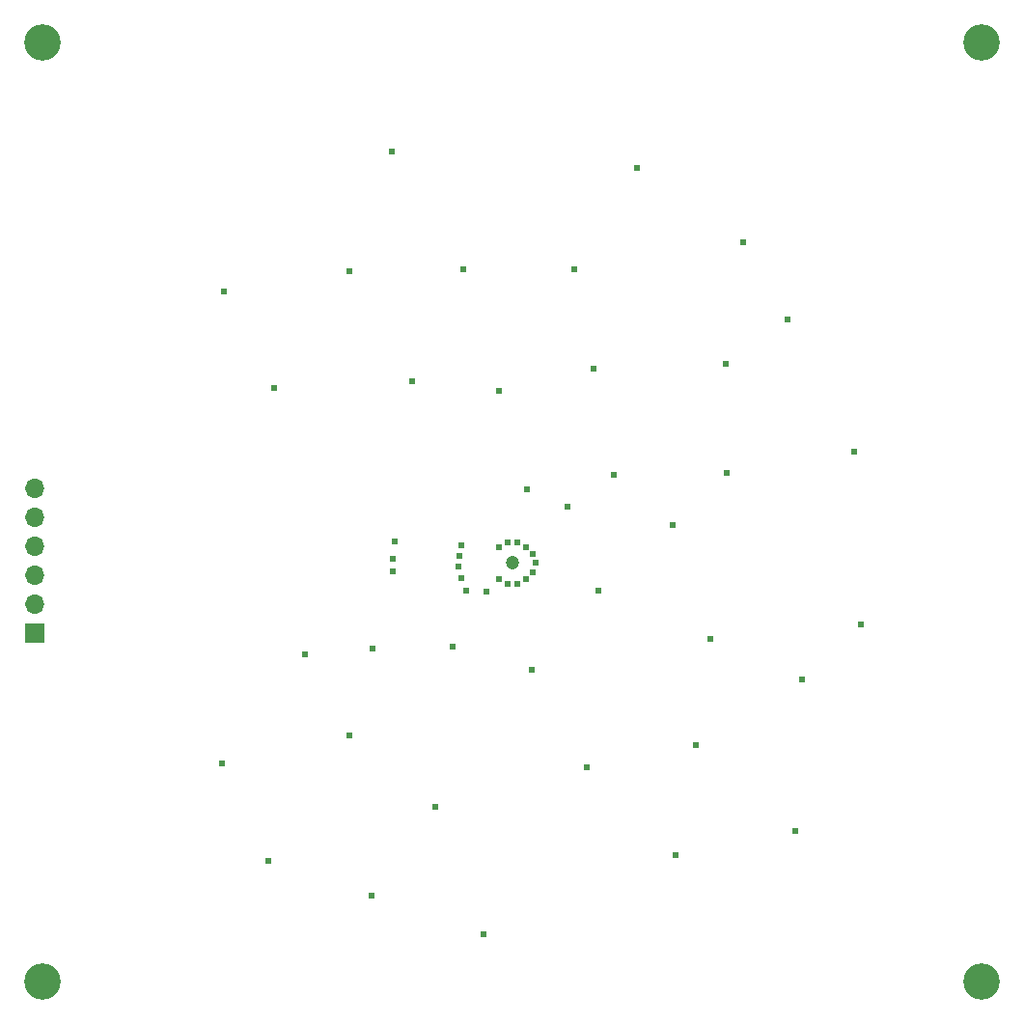
<source format=gbr>
%TF.GenerationSoftware,KiCad,Pcbnew,7.0.6-0*%
%TF.CreationDate,2024-12-08T15:00:42-03:00*%
%TF.ProjectId,CommsBoard,436f6d6d-7342-46f6-9172-642e6b696361,rev?*%
%TF.SameCoordinates,Original*%
%TF.FileFunction,Soldermask,Bot*%
%TF.FilePolarity,Negative*%
%FSLAX46Y46*%
G04 Gerber Fmt 4.6, Leading zero omitted, Abs format (unit mm)*
G04 Created by KiCad (PCBNEW 7.0.6-0) date 2024-12-08 15:00:42*
%MOMM*%
%LPD*%
G01*
G04 APERTURE LIST*
%ADD10C,1.200000*%
%ADD11R,1.700000X1.700000*%
%ADD12O,1.700000X1.700000*%
%ADD13C,3.200000*%
%ADD14C,0.609600*%
G04 APERTURE END LIST*
D10*
%TO.C,*%
X115510400Y-91400000D03*
%TD*%
D11*
%TO.C,J1*%
X73610400Y-97550000D03*
D12*
X73610400Y-95010000D03*
X73610400Y-92470000D03*
X73610400Y-89930000D03*
X73610400Y-87390000D03*
X73610400Y-84850000D03*
%TD*%
D13*
%TO.C,REF\u002A\u002A*%
X156700000Y-128100000D03*
%TD*%
%TO.C,REF\u002A\u002A*%
X74300000Y-128100000D03*
%TD*%
%TO.C,REF\u002A\u002A*%
X74300000Y-45700000D03*
%TD*%
%TO.C,REF\u002A\u002A*%
X156700000Y-45700000D03*
%TD*%
D14*
X135720400Y-63270000D03*
X115910400Y-93210000D03*
X129610400Y-88100000D03*
X117510400Y-91410000D03*
X134310400Y-83500000D03*
X94090400Y-117540000D03*
X116810400Y-84900000D03*
X116710400Y-90010000D03*
X132910400Y-98100000D03*
X145510400Y-81600000D03*
X129810400Y-117000000D03*
X120310400Y-86500000D03*
X94630400Y-76080000D03*
X101210400Y-106500000D03*
X134210400Y-73920000D03*
X110790400Y-91700000D03*
X108710400Y-112800000D03*
X140910400Y-101600000D03*
X113270400Y-93930000D03*
X115110400Y-93210000D03*
X111480400Y-93860000D03*
X117310400Y-92210000D03*
X123010400Y-93800000D03*
X110820400Y-90790000D03*
X97310400Y-99400000D03*
X117310400Y-90610000D03*
X105010400Y-92100000D03*
X114310400Y-90010000D03*
X105010400Y-91000000D03*
X140340400Y-114870000D03*
X111010400Y-89810000D03*
X131630400Y-107400000D03*
X122010400Y-109300000D03*
X115110400Y-89610000D03*
X101210400Y-65760000D03*
X104940400Y-55270000D03*
X115910400Y-89610000D03*
X113010400Y-124000000D03*
X114310400Y-92810000D03*
X124410400Y-83700000D03*
X103280400Y-98940000D03*
X103160400Y-120560000D03*
X116710400Y-92810000D03*
X90180400Y-67550000D03*
X146110400Y-96800000D03*
X114370400Y-76260000D03*
X117210400Y-100800000D03*
X139630400Y-70040000D03*
X126470400Y-56700000D03*
X120960400Y-65590000D03*
X122610400Y-74330000D03*
X111010400Y-92690000D03*
X106740400Y-75440000D03*
X111170400Y-65590000D03*
X105210400Y-89500000D03*
X90000400Y-109000000D03*
X110300400Y-98740000D03*
M02*

</source>
